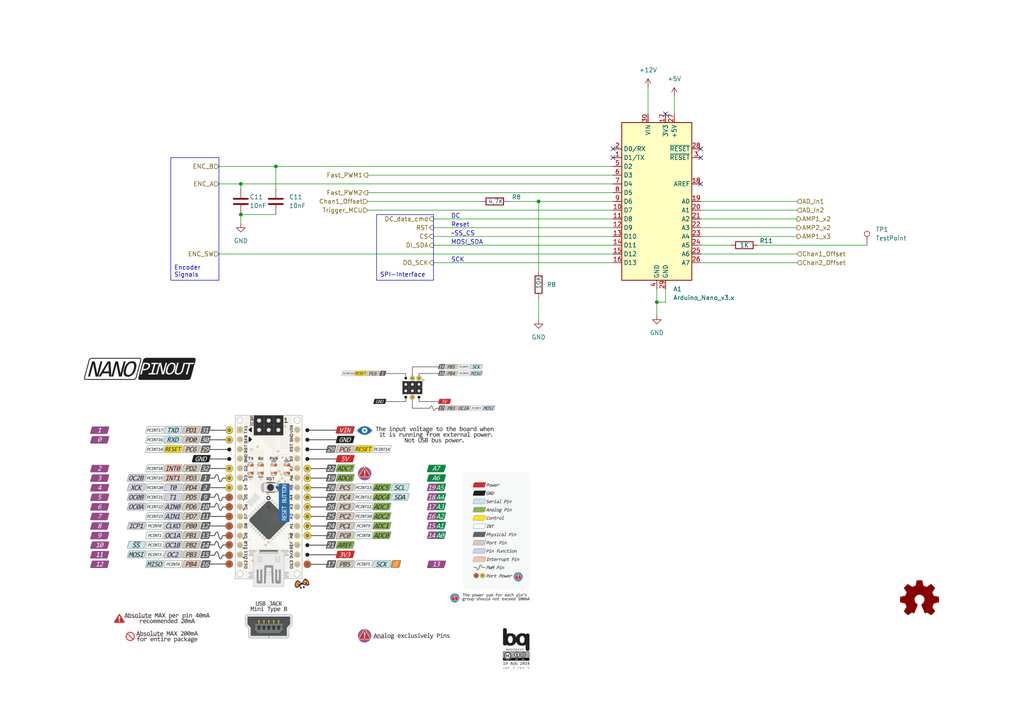
<source format=kicad_sch>
(kicad_sch (version 20230121) (generator eeschema)
  (paper "A4")
  (title_block (title "LesScope") (date "2025-03-20") (rev "1.1") (company "ImoogDi") (comment 1 "CC BY-NC-SA"))
  (lib_symbols
    (symbol "Connector:TestPoint" (pin_numbers hide) (pin_names (offset 0.762) hide)
      (property "Reference" "TP" (at 0 6.858 0))
      (property "Value" "TestPoint" (at 0 5.08 0))
      (symbol "TestPoint_0_1"
        (circle (center 0 3.302) (radius 0.762))
      )
      (symbol "TestPoint_1_1"
        (pin passive line (at 0 0 90) (length 2.54) (name "1") (number "1"))
      )
    )
    (symbol "Device:R" (pin_numbers hide) (pin_names (offset 0))
      (property "Reference" "R" (at 2.032 0 90))
      (property "Value" "R" (at 0 0 90))
      (symbol "R_0_1"
        (rectangle (start -1.016 -2.54) (end 1.016 2.54) (stroke (width 0.254)))
      )
      (symbol "R_1_1"
        (pin passive line (at 0 3.81 270) (length 1.27) (name "~") (number "1"))
        (pin passive line (at 0 -3.81 90) (length 1.27) (name "~") (number "2"))
      )
    )
    (symbol "Graphic:Logo_Open_Hardware_Small" (in_bom no) (on_board no)
      (symbol "Logo_Open_Hardware_Small_0_1"
        (polyline (pts (xy 3.3528 -4.3434) (xy 3.302 -4.318) (xy 3.175 -4.2418) (xy 2.9972 -4.1148) (xy 2.7686 -3.9624) (xy 2.54 -3.81) (xy 2.3622 -3.7084) (xy 2.2352 -3.6068) (xy 2.1844 -3.5814) (xy 2.159 -3.6068) (xy 2.0574 -3.6576) (xy 1.905 -3.7338) (xy 1.8034 -3.7846) (xy 1.6764 -3.8354) (xy 1.6002 -3.8354) (xy 1.6002 -3.8354) (xy 1.5494 -3.7338) (xy 1.4732 -3.5306) (xy 1.3462 -3.302) (xy 1.2446 -3.0226) (xy 1.1176 -2.7178) (xy 0.9652 -2.413) (xy 0.8636 -2.1082) (xy 0.7366 -1.8288) (xy 0.6604 -1.6256) (xy 0.6096 -1.4732) (xy 0.5842 -1.397) (xy 0.5842 -1.397) (xy 0.6604 -1.3208) (xy 0.7874 -1.2446) (xy 1.0414 -1.016) (xy 1.2954 -0.6858) (xy 1.4478 -0.3302) (xy 1.524 0.0762) (xy 1.4732 0.4572) (xy 1.3208 0.8128) (xy 1.0668 1.143) (xy 0.762 1.3716) (xy 0.4064 1.524) (xy 0 1.5748) (xy -0.381 1.5494) (xy -0.7366 1.397) (xy -1.0668 1.143) (xy -1.2192 0.9906) (xy -1.397 0.6604) (xy -1.524 0.3048) (xy -1.524 0.2286) (xy -1.4986 -0.1778) (xy -1.397 -0.5334) (xy -1.1938 -0.8636) (xy -0.9144 -1.143) (xy -0.8636 -1.1684) (xy -0.7366 -1.27) (xy -0.635 -1.3462) (xy -0.5842 -1.397) (xy -1.0668 -2.5908) (xy -1.143 -2.794) (xy -1.2954 -3.1242) (xy -1.397 -3.4036) (xy -1.4986 -3.6322) (xy -1.5748 -3.7846) (xy -1.6002 -3.8354) (xy -1.6002 -3.8354) (xy -1.651 -3.8354) (xy -1.7272 -3.81) (xy -1.905 -3.7338) (xy -2.0066 -3.683) (xy -2.1336 -3.6068) (xy -2.2098 -3.5814) (xy -2.2606 -3.6068) (xy -2.3622 -3.683) (xy -2.54 -3.81) (xy -2.7686 -3.9624) (xy -2.9718 -4.0894) (xy -3.1496 -4.2164) (xy -3.302 -4.318) (xy -3.3528 -4.3434) (xy -3.3782 -4.3434) (xy -3.429 -4.318) (xy -3.5306 -4.2164) (xy -3.7084 -4.064) (xy -3.937 -3.8354) (xy -3.9624 -3.81) (xy -4.1656 -3.6068) (xy -4.318 -3.4544) (xy -4.4196 -3.3274) (xy -4.445 -3.2766) (xy -4.445 -3.2766) (xy -4.4196 -3.2258) (xy -4.318 -3.0734) (xy -4.2164 -2.8956) (xy -4.064 -2.667) (xy -3.6576 -2.0828) (xy -3.8862 -1.5494) (xy -3.937 -1.3716) (xy -4.0386 -1.1684) (xy -4.0894 -1.0414) (xy -4.1148 -0.9652) (xy -4.191 -0.9398) (xy -4.318 -0.9144) (xy -4.5466 -0.8636) (xy -4.8006 -0.8128) (xy -5.0546 -0.7874) (xy -5.2578 -0.7366) (xy -5.4356 -0.7112) (xy -5.5118 -0.6858) (xy -5.5118 -0.6858) (xy -5.5372 -0.635) (xy -5.5372 -0.5588) (xy -5.5372 -0.4318) (xy -5.5626 -0.2286) (xy -5.5626 0.0762) (xy -5.5626 0.127) (xy -5.5372 0.4064) (xy -5.5372 0.635) (xy -5.5372 0.762) (xy -5.5372 0.8382) (xy -5.5372 0.8382) (xy -5.461 0.8382) (xy -5.3086 0.889) (xy -5.08 0.9144) (xy -4.826 0.9652) (xy -4.8006 0.9906) (xy -4.5466 1.0414) (xy -4.318 1.0668) (xy -4.1656 1.1176) (xy -4.0894 1.143) (xy -4.0894 1.143) (xy -4.0386 1.2446) (xy -3.9624 1.4224) (xy -3.8608 1.6256) (xy -3.7846 1.8288) (xy -3.7084 2.0066) (xy -3.6576 2.159) (xy -3.6322 2.2098) (xy -3.6322 2.2098) (xy -3.683 2.286) (xy -3.7592 2.413) (xy -3.8862 2.5908) (xy -4.064 2.8194) (xy -4.064 2.8448) (xy -4.2164 3.0734) (xy -4.3434 3.2512) (xy -4.4196 3.3782) (xy -4.445 3.4544) (xy -4.445 3.4544) (xy -4.3942 3.5052) (xy -4.2926 3.6322) (xy -4.1148 3.81) (xy -3.937 4.0132) (xy -3.8608 4.064) (xy -3.6576 4.2926) (xy -3.5052 4.4196) (xy -3.4036 4.4958) (xy -3.3528 4.5212) (xy -3.3528 4.5212) (xy -3.302 4.4704) (xy -3.1496 4.3688) (xy -2.9718 4.2418) (xy -2.7432 4.0894) (xy -2.7178 4.0894) (xy -2.4892 3.937) (xy -2.3114 3.81) (xy -2.1844 3.7084) (xy -2.1336 3.683) (xy -2.1082 3.683) (xy -2.032 3.7084) (xy -1.8542 3.7592) (xy -1.6764 3.8354) (xy -1.4732 3.937) (xy -1.27 4.0132) (xy -1.143 4.064) (xy -1.0668 4.1148) (xy -1.0668 4.1148) (xy -1.0414 4.191) (xy -1.016 4.3434) (xy -0.9652 4.572) (xy -0.9144 4.8514) (xy -0.889 4.9022) (xy -0.8382 5.1562) (xy -0.8128 5.3848) (xy -0.7874 5.5372) (xy -0.762 5.588) (xy -0.7112 5.6134) (xy -0.5842 5.6134) (xy -0.4064 5.6134) (xy -0.1524 5.6134) (xy 0.0762 5.6134) (xy 0.3302 5.6134) (xy 0.5334 5.6134) (xy 0.6858 5.588) (xy 0.7366 5.588) (xy 0.7366 5.588) (xy 0.762 5.5118) (xy 0.8128 5.334) (xy 0.8382 5.1054) (xy 0.9144 4.826) (xy 0.9144 4.7752) (xy 0.9652 4.5212) (xy 1.016 4.2926) (xy 1.0414 4.1402) (xy 1.0668 4.0894) (xy 1.0668 4.0894) (xy 1.1938 4.0386) (xy 1.3716 3.9624) (xy 1.5748 3.8608) (xy 2.0828 3.6576) (xy 2.7178 4.0894) (xy 2.7686 4.1402) (xy 2.9972 4.2926) (xy 3.175 4.4196) (xy 3.302 4.4958) (xy 3.3782 4.5212) (xy 3.3782 4.5212) (xy 3.429 4.4704) (xy 3.556 4.3434) (xy 3.7338 4.191) (xy 3.9116 3.9878) (xy 4.064 3.8354) (xy 4.2418 3.6576) (xy 4.3434 3.556) (xy 4.4196 3.4798) (xy 4.4196 3.429) (xy 4.4196 3.4036) (xy 4.3942 3.3274) (xy 4.2926 3.2004) (xy 4.1656 2.9972) (xy 4.0132 2.794) (xy 3.8862 2.5908) (xy 3.7592 2.3876) (xy 3.6576 2.2352) (xy 3.6322 2.159) (xy 3.6322 2.1336) (xy 3.683 2.0066) (xy 3.7592 1.8288) (xy 3.8608 1.6002) (xy 4.064 1.1176) (xy 4.3942 1.0414) (xy 4.5974 1.016) (xy 4.8768 0.9652) (xy 5.1308 0.9144) (xy 5.5372 0.8382) (xy 5.5626 -0.6604) (xy 5.4864 -0.6858) (xy 5.4356 -0.6858) (xy 5.2832 -0.7366) (xy 5.0546 -0.762) (xy 4.8006 -0.8128) (xy 4.5974 -0.8636) (xy 4.3688 -0.9144) (xy 4.2164 -0.9398) (xy 4.1402 -0.9398) (xy 4.1148 -0.9652) (xy 4.064 -1.0668) (xy 3.9878 -1.2446) (xy 3.9116 -1.4478) (xy 3.81 -1.651) (xy 3.7338 -1.8542) (xy 3.683 -2.0066) (xy 3.6576 -2.0828) (xy 3.683 -2.1336) (xy 3.7846 -2.2606) (xy 3.8862 -2.4638) (xy 4.0386 -2.667) (xy 4.191 -2.8956) (xy 4.318 -3.0734) (xy 4.3942 -3.2004) (xy 4.445 -3.2766) (xy 4.4196 -3.3274) (xy 4.3434 -3.429) (xy 4.1656 -3.5814) (xy 3.937 -3.8354) (xy 3.8862 -3.8608) (xy 3.683 -4.064) (xy 3.5306 -4.2164) (xy 3.4036 -4.318) (xy 3.3528 -4.3434)) (fill (type outline)))
      )
    )
    (symbol "Library:C" (pin_numbers hide) (pin_names (offset 0.254))
      (property "Reference" "C" (at 0.635 2.54 0))
      (property "Value" "C" (at 0.635 -2.54 0))
      (symbol "C_0_1"
        (polyline (pts (xy -2.032 -0.762) (xy 2.032 -0.762)) (stroke (width 0.508)))
        (polyline (pts (xy -2.032 0.762) (xy 2.032 0.762)) (stroke (width 0.508)))
      )
      (symbol "C_1_1"
        (pin passive line (at 0 3.81 270) (length 2.794) (name "~") (number "1"))
        (pin passive line (at 0 -3.81 90) (length 2.794) (name "~") (number "2"))
      )
    )
    (symbol "MCU_Module:Arduino_Nano_v3.x"
      (property "Reference" "A" (at -10.16 23.495 0))
      (property "Value" "Arduino_Nano_v3.x" (at 5.08 -24.13 0))
      (symbol "Arduino_Nano_v3.x_0_1"
        (rectangle (start -10.16 22.86) (end 10.16 -22.86) (stroke (width 0.254)) (fill (type background)))
      )
      (symbol "Arduino_Nano_v3.x_1_1"
        (pin bidirectional line (at -12.7 12.7 0) (length 2.54) (name "D1/TX") (number "1"))
        (pin bidirectional line (at -12.7 -2.54 0) (length 2.54) (name "D7") (number "10"))
        (pin bidirectional line (at -12.7 -5.08 0) (length 2.54) (name "D8") (number "11"))
        (pin bidirectional line (at -12.7 -7.62 0) (length 2.54) (name "D9") (number "12"))
        (pin bidirectional line (at -12.7 -10.16 0) (length 2.54) (name "D10") (number "13"))
        (pin bidirectional line (at -12.7 -12.7 0) (length 2.54) (name "D11") (number "14"))
        (pin bidirectional line (at -12.7 -15.24 0) (length 2.54) (name "D12") (number "15"))
        (pin bidirectional line (at -12.7 -17.78 0) (length 2.54) (name "D13") (number "16"))
        (pin power_out line (at 2.54 25.4 270) (length 2.54) (name "3V3") (number "17"))
        (pin input line (at 12.7 5.08 180) (length 2.54) (name "AREF") (number "18"))
        (pin bidirectional line (at 12.7 0 180) (length 2.54) (name "A0") (number "19"))
        (pin bidirectional line (at -12.7 15.24 0) (length 2.54) (name "D0/RX") (number "2"))
        (pin bidirectional line (at 12.7 -2.54 180) (length 2.54) (name "A1") (number "20"))
        (pin bidirectional line (at 12.7 -5.08 180) (length 2.54) (name "A2") (number "21"))
        (pin bidirectional line (at 12.7 -7.62 180) (length 2.54) (name "A3") (number "22"))
        (pin bidirectional line (at 12.7 -10.16 180) (length 2.54) (name "A4") (number "23"))
        (pin bidirectional line (at 12.7 -12.7 180) (length 2.54) (name "A5") (number "24"))
        (pin bidirectional line (at 12.7 -15.24 180) (length 2.54) (name "A6") (number "25"))
        (pin bidirectional line (at 12.7 -17.78 180) (length 2.54) (name "A7") (number "26"))
        (pin power_out line (at 5.08 25.4 270) (length 2.54) (name "+5V") (number "27"))
        (pin input line (at 12.7 15.24 180) (length 2.54) (name "~{RESET}") (number "28"))
        (pin power_in line (at 2.54 -25.4 90) (length 2.54) (name "GND") (number "29"))
        (pin input line (at 12.7 12.7 180) (length 2.54) (name "~{RESET}") (number "3"))
        (pin power_in line (at -2.54 25.4 270) (length 2.54) (name "VIN") (number "30"))
        (pin power_in line (at 0 -25.4 90) (length 2.54) (name "GND") (number "4"))
        (pin bidirectional line (at -12.7 10.16 0) (length 2.54) (name "D2") (number "5"))
        (pin bidirectional line (at -12.7 7.62 0) (length 2.54) (name "D3") (number "6"))
        (pin bidirectional line (at -12.7 5.08 0) (length 2.54) (name "D4") (number "7"))
        (pin bidirectional line (at -12.7 2.54 0) (length 2.54) (name "D5") (number "8"))
        (pin bidirectional line (at -12.7 0 0) (length 2.54) (name "D6") (number "9"))
      )
    )
    (symbol "power:+12V" (power) (pin_names (offset 0))
      (property "Value" "+12V" (at 0 3.556 0))
      (symbol "+12V_0_1"
        (polyline (pts (xy -0.762 1.27) (xy 0 2.54)))
        (polyline (pts (xy 0 0) (xy 0 2.54)))
        (polyline (pts (xy 0 2.54) (xy 0.762 1.27)))
      )
      (symbol "+12V_1_1"
        (pin power_in line (at 0 0 90) (length 0) hide (name "+12V") (number "1"))
      )
    )
    (symbol "power:+5V" (power) (pin_names (offset 0))
      (property "Value" "+5V" (at 0 3.556 0))
      (symbol "+5V_0_1"
        (polyline (pts (xy -0.762 1.27) (xy 0 2.54)))
        (polyline (pts (xy 0 0) (xy 0 2.54)))
        (polyline (pts (xy 0 2.54) (xy 0.762 1.27)))
      )
      (symbol "+5V_1_1"
        (pin power_in line (at 0 0 90) (length 0) hide (name "+5V") (number "1"))
      )
    )
    (symbol "power:GND" (power) (pin_names (offset 0))
      (property "Value" "GND" (at 0 -3.81 0))
      (symbol "GND_0_1"
        (polyline (pts (xy 0 0) (xy 0 -1.27) (xy 1.27 -1.27) (xy 0 -2.54) (xy -1.27 -1.27) (xy 0 -1.27)))
      )
      (symbol "GND_1_1"
        (pin power_in line (at 0 0 270) (length 0) hide (name "GND") (number "1"))
      )
    )
  )
  (junction (at 80.01 48.26))
  (junction (at 69.85 62.23))
  (junction (at 156.21 58.42))
  (junction (at 190.5 87.63))
  (junction (at 69.85 53.34))
  (no_connect (at 203.2 43.18))
  (no_connect (at 203.2 45.72))
  (no_connect (at 177.8 45.72))
  (no_connect (at 203.2 53.34))
  (no_connect (at 193.04 33.02))
  (no_connect (at 177.8 43.18))
  (wire (pts (xy 80.01 48.26) (xy 177.8 48.26)))
  (wire (pts (xy 69.85 62.23) (xy 69.85 64.77)))
  (wire (pts (xy 125.73 76.2) (xy 177.8 76.2)))
  (wire (pts (xy 203.2 58.42) (xy 231.14 58.42)))
  (wire (pts (xy 156.21 58.42) (xy 156.21 78.74)))
  (wire (pts (xy 125.73 68.58) (xy 177.8 68.58)))
  (wire (pts (xy 219.71 71.12) (xy 251.46 71.12)))
  (wire (pts (xy 195.58 27.94) (xy 195.58 33.02)))
  (wire (pts (xy 69.85 53.34) (xy 177.8 53.34)))
  (wire (pts (xy 63.5 48.26) (xy 80.01 48.26)))
  (wire (pts (xy 156.21 58.42) (xy 177.8 58.42)))
  (wire (pts (xy 125.73 66.04) (xy 177.8 66.04)))
  (wire (pts (xy 190.5 83.82) (xy 190.5 87.63)))
  (wire (pts (xy 203.2 66.04) (xy 231.14 66.04)))
  (wire (pts (xy 106.68 60.96) (xy 177.8 60.96)))
  (wire (pts (xy 203.2 76.2) (xy 231.14 76.2)))
  (wire (pts (xy 193.04 83.82) (xy 193.04 87.63)))
  (wire (pts (xy 106.68 50.8) (xy 177.8 50.8)))
  (wire (pts (xy 203.2 71.12) (xy 212.09 71.12)))
  (wire (pts (xy 106.68 58.42) (xy 139.7 58.42)))
  (wire (pts (xy 106.68 55.88) (xy 177.8 55.88)))
  (wire (pts (xy 203.2 73.66) (xy 231.14 73.66)))
  (wire (pts (xy 187.96 25.4) (xy 187.96 33.02)))
  (wire (pts (xy 190.5 87.63) (xy 193.04 87.63)))
  (wire (pts (xy 147.32 58.42) (xy 156.21 58.42)))
  (wire (pts (xy 63.5 53.34) (xy 69.85 53.34)))
  (wire (pts (xy 63.5 73.66) (xy 177.8 73.66)))
  (wire (pts (xy 190.5 87.63) (xy 190.5 91.44)))
  (wire (pts (xy 203.2 68.58) (xy 231.14 68.58)))
  (wire (pts (xy 69.85 62.23) (xy 80.01 62.23)))
  (wire (pts (xy 125.73 63.5) (xy 177.8 63.5)))
  (wire (pts (xy 156.21 86.36) (xy 156.21 92.71)))
  (wire (pts (xy 80.01 48.26) (xy 80.01 54.61)))
  (wire (pts (xy 125.73 71.12) (xy 177.8 71.12)))
  (wire (pts (xy 203.2 63.5) (xy 231.14 63.5)))
  (wire (pts (xy 203.2 60.96) (xy 231.14 60.96)))
  (wire (pts (xy 69.85 53.34) (xy 69.85 54.61)))
  (image (at 88.9 148.59) (scale 0.896021))
  (text_box "SPI-Interface" (at 109.22 62.23 0) (size 16.51 19.05) (effects (font (size 1.27 1.27)) (justify left bottom)))
  (text_box "Encoder Signals" (at 49.53 45.72 0) (size 13.97 35.56) (effects (font (size 1.27 1.27)) (justify left bottom)))
  (text "Reset" (at 130.81 66.04 0) (effects (font (size 1.27 1.27)) (justify left bottom)))
  (text "MOSI_SDA" (at 130.81 71.12 0) (effects (font (size 1.27 1.27)) (justify left bottom)))
  (text "DC" (at 130.81 63.5 0) (effects (font (size 1.27 1.27)) (justify left bottom)))
  (text "~SS_CS" (at 130.81 68.58 0) (effects (font (size 1.27 1.27)) (justify left bottom)))
  (text "SCK" (at 130.81 76.2 0) (effects (font (size 1.27 1.27)) (justify left bottom)))
  (hierarchical_label "AD_In1" (shape input) (at 231.14 58.42 0))
  (hierarchical_label "RST" (shape output) (at 125.73 66.04 180))
  (hierarchical_label "Chan1_Offset" (shape input) (at 231.14 73.66 0))
  (hierarchical_label "AMP1_x2" (shape output) (at 231.14 63.5 0))
  (hierarchical_label "AD_In2" (shape input) (at 231.14 60.96 0))
  (hierarchical_label "CS" (shape output) (at 125.73 68.58 180))
  (hierarchical_label "ENC_A" (shape input) (at 63.5 53.34 180))
  (hierarchical_label "ENC_SW" (shape input) (at 63.5 73.66 180))
  (hierarchical_label "Chan1_Offset" (shape input) (at 106.68 58.42 180))
  (hierarchical_label "AMP1_x3" (shape output) (at 231.14 68.58 0))
  (hierarchical_label "AMP2_x2" (shape output) (at 231.14 66.04 0))
  (hierarchical_label "Fast_PWM1" (shape output) (at 106.68 50.8 180))
  (hierarchical_label "ENC_B" (shape input) (at 63.5 48.26 180))
  (hierarchical_label "DO_SCK" (shape output) (at 125.73 76.2 180))
  (hierarchical_label "Chan2_Offset" (shape input) (at 231.14 76.2 0))
  (hierarchical_label "Trigger_MCU" (shape input) (at 106.68 60.96 180))
  (hierarchical_label "Fast_PWM2" (shape output) (at 106.68 55.88 180))
  (hierarchical_label "DC_data_cmd" (shape output) (at 125.73 63.5 180))
  (hierarchical_label "DI_SDA" (shape output) (at 125.73 71.12 180))
  (symbol (lib_id "power:+5V") (at 195.58 27.94 0) (unit 1)
    (property "Reference" "#PWR025" (effects hide))
    (property "Value" "+5V" (at 195.58 22.86 0))
  )
  (symbol (lib_id "power:GND") (at 156.21 92.71 0) (unit 1)
    (property "Reference" "#PWR022" (effects hide))
    (property "Value" "GND" (at 156.21 97.79 0))
  )
  (symbol (lib_id "Connector:TestPoint") (at 251.46 71.12 0) (unit 1)
    (property "Reference" "TP1" (at 254 66.548 0) (effects (justify left)))
    (property "Value" "TestPoint" (at 254 69.088 0) (effects (justify left)))
    (property "Footprint" "PCM_4ms_TestPoint:TestPoint_WireHole" (effects hide))
  )
  (symbol (lib_id "Library:C") (at 69.85 58.42 0) (unit 1)
    (property "Reference" "C11" (at 72.39 57.15 0) (effects (justify left)))
    (property "Value" "10nF" (at 72.39 59.69 0) (effects (justify left)))
    (property "Footprint" "Capacitor_THT:C_Disc_D3.0mm_W1.6mm_P2.50mm" (effects hide))
    (instances (project "2MoreVO" (path "" (reference "C11") (unit 1))) (project "LesScope" (path "" (reference "C3") (unit 1)) (path "" (reference "C12") (unit 1))) (project "2MoreVO_Motherboard_test" (path "" (reference "C5") (unit 1))))
  )
  (symbol (lib_id "power:GND") (at 190.5 91.44 0) (unit 1)
    (property "Reference" "#PWR024" (effects hide))
    (property "Value" "GND" (at 190.5 96.52 0))
  )
  (symbol (lib_id "Device:R") (at 156.21 82.55 180) (unit 1)
    (property "Reference" "R8" (at 161.29 82.55 0) (effects (justify left)))
    (property "Value" "10K" (at 156.21 80.01 90) (effects (justify left)))
    (property "Footprint" "Resistor_THT:R_Axial_DIN0204_L3.6mm_D1.6mm_P7.62mm_Horizontal" (effects hide))
    (instances (project "LesScope" (path "" (reference "R8") (unit 1)) (path "" (reference "R17") (unit 1))))
  )
  (symbol (lib_id "MCU_Module:Arduino_Nano_v3.x") (at 190.5 58.42 0) (unit 1)
    (property "Reference" "A1" (at 195.2341 83.82 0) (effects (justify left)))
    (property "Value" "Arduino_Nano_v3.x" (at 195.2341 86.36 0) (effects (justify left)))
    (property "Footprint" "Module:Arduino_Nano" (effects hide))
    (property "Datasheet" "http://www.mouser.com/pdfdocs/Gravitech_Arduino_Nano3_0.pdf" (effects hide))
  )
  (symbol (lib_id "Device:R") (at 143.51 58.42 90) (unit 1)
    (property "Reference" "R8" (at 151.13 57.15 90) (effects (justify left)))
    (property "Value" "4,7K" (at 146.05 58.42 90) (effects (justify left)))
    (property "Footprint" "Resistor_THT:R_Axial_DIN0204_L3.6mm_D1.6mm_P7.62mm_Horizontal" (effects hide))
    (instances (project "LesScope" (path "" (reference "R8") (unit 1)) (path "" (reference "R16") (unit 1))))
  )
  (symbol (lib_id "Library:C") (at 80.01 58.42 0) (unit 1)
    (property "Reference" "C11" (at 83.82 57.15 0) (effects (justify left)))
    (property "Value" "10nF" (at 83.82 59.69 0) (effects (justify left)))
    (property "Footprint" "Capacitor_THT:C_Disc_D3.0mm_W1.6mm_P2.50mm" (effects hide))
    (instances (project "2MoreVO" (path "" (reference "C11") (unit 1))) (project "LesScope" (path "" (reference "C3") (unit 1)) (path "" (reference "C13") (unit 1))) (project "2MoreVO_Motherboard_test" (path "" (reference "C5") (unit 1))))
  )
  (symbol (lib_id "Graphic:Logo_Open_Hardware_Small") (at 266.7 173.99 0) (unit 1) (in_bom no) (on_board no)
    (property "Reference" "#SYM1" (effects hide))
    (property "Value" "Logo_Open_Hardware_Small" (effects hide))
    (property "Sim.Enable" "0" (effects hide))
    (instances (project "LesScope" (path "" (reference "#SYM1") (unit 1)) (path "" (reference "#SYM5") (unit 1))))
  )
  (symbol (lib_id "power:GND") (at 69.85 64.77 0) (unit 1)
    (property "Reference" "#PWR021" (effects hide))
    (property "Value" "GND" (at 69.85 69.85 0))
  )
  (symbol (lib_id "power:+12V") (at 187.96 25.4 0) (unit 1)
    (property "Reference" "#PWR023" (effects hide))
    (property "Value" "+12V" (at 187.96 20.32 0))
  )
  (symbol (lib_id "Device:R") (at 215.9 71.12 90) (unit 1)
    (property "Reference" "R11" (at 222.25 69.85 90))
    (property "Value" "1K" (at 215.9 71.12 90))
    (property "Footprint" "Resistor_THT:R_Axial_DIN0204_L3.6mm_D1.6mm_P7.62mm_Horizontal" (effects hide))
    (instances (project "LesScope" (path "" (reference "R11") (unit 1)) (path "" (reference "R21") (unit 1))))
  )
)
</source>
